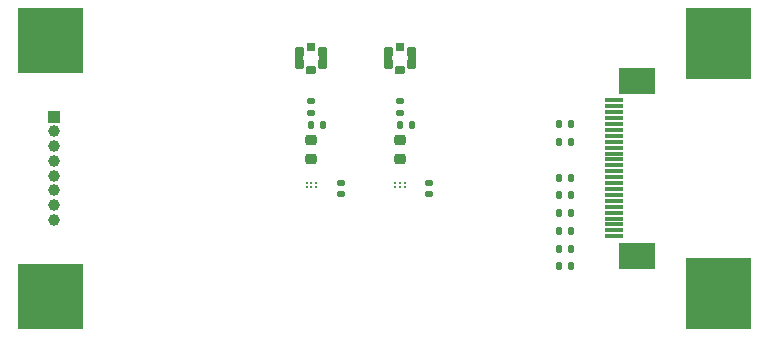
<source format=gbr>
%TF.GenerationSoftware,KiCad,Pcbnew,9.0.1+1*%
%TF.CreationDate,2025-05-28T20:00:15+08:00*%
%TF.ProjectId,audio_lab,61756469-6f5f-46c6-9162-2e6b69636164,rev?*%
%TF.SameCoordinates,Original*%
%TF.FileFunction,Soldermask,Top*%
%TF.FilePolarity,Negative*%
%FSLAX46Y46*%
G04 Gerber Fmt 4.6, Leading zero omitted, Abs format (unit mm)*
G04 Created by KiCad (PCBNEW 9.0.1+1) date 2025-05-28 20:00:15*
%MOMM*%
%LPD*%
G01*
G04 APERTURE LIST*
G04 Aperture macros list*
%AMRoundRect*
0 Rectangle with rounded corners*
0 $1 Rounding radius*
0 $2 $3 $4 $5 $6 $7 $8 $9 X,Y pos of 4 corners*
0 Add a 4 corners polygon primitive as box body*
4,1,4,$2,$3,$4,$5,$6,$7,$8,$9,$2,$3,0*
0 Add four circle primitives for the rounded corners*
1,1,$1+$1,$2,$3*
1,1,$1+$1,$4,$5*
1,1,$1+$1,$6,$7*
1,1,$1+$1,$8,$9*
0 Add four rect primitives between the rounded corners*
20,1,$1+$1,$2,$3,$4,$5,0*
20,1,$1+$1,$4,$5,$6,$7,0*
20,1,$1+$1,$6,$7,$8,$9,0*
20,1,$1+$1,$8,$9,$2,$3,0*%
%AMFreePoly0*
4,1,37,0.368890,0.884795,0.369244,0.884649,0.417242,0.843781,0.424649,0.829244,0.424795,0.828890,0.432500,0.790000,0.432500,0.270000,0.424795,0.231110,0.424649,0.230756,0.402479,0.197521,0.352500,0.147542,0.352500,-0.147542,0.402479,-0.197521,0.424649,-0.230756,0.424795,-0.231110,0.432500,-0.270000,0.432500,-0.790000,0.424795,-0.828890,0.424649,-0.829244,0.383781,-0.877242,
0.369244,-0.884649,0.368890,-0.884795,0.330000,-0.892500,0.250000,-0.892500,0.247476,-0.892000,-0.250000,-0.892000,-0.309954,-0.872520,-0.347008,-0.821520,-0.352000,-0.790000,-0.352000,0.790000,-0.332520,0.849954,-0.281520,0.887008,-0.250000,0.892000,0.247476,0.892000,0.250000,0.892500,0.330000,0.892500,0.368890,0.884795,0.368890,0.884795,$1*%
%AMFreePoly1*
4,1,37,-0.247476,0.892000,0.250000,0.892000,0.309954,0.872520,0.347008,0.821520,0.352000,0.790000,0.352000,-0.790000,0.332520,-0.849954,0.281520,-0.887008,0.250000,-0.892000,-0.247476,-0.892000,-0.250000,-0.892500,-0.330000,-0.892500,-0.368890,-0.884795,-0.369244,-0.884649,-0.417242,-0.843781,-0.424649,-0.829244,-0.424795,-0.828890,-0.432500,-0.790000,-0.432500,-0.270000,-0.424795,-0.231110,
-0.424649,-0.230756,-0.402479,-0.197521,-0.352500,-0.147542,-0.352500,0.147542,-0.402479,0.197521,-0.424649,0.230756,-0.424795,0.231110,-0.432500,0.270000,-0.432500,0.790000,-0.424795,0.828890,-0.424649,0.829244,-0.383781,0.877242,-0.369244,0.884649,-0.368890,0.884795,-0.330000,0.892500,-0.250000,0.892500,-0.247476,0.892000,-0.247476,0.892000,$1*%
G04 Aperture macros list end*
%ADD10RoundRect,0.135000X0.135000X0.185000X-0.135000X0.185000X-0.135000X-0.185000X0.135000X-0.185000X0*%
%ADD11RoundRect,0.140000X0.140000X0.170000X-0.140000X0.170000X-0.140000X-0.170000X0.140000X-0.170000X0*%
%ADD12RoundRect,0.135000X-0.185000X0.135000X-0.185000X-0.135000X0.185000X-0.135000X0.185000X0.135000X0*%
%ADD13RoundRect,0.140000X0.170000X-0.140000X0.170000X0.140000X-0.170000X0.140000X-0.170000X-0.140000X0*%
%ADD14RoundRect,0.135000X-0.135000X-0.185000X0.135000X-0.185000X0.135000X0.185000X-0.135000X0.185000X0*%
%ADD15RoundRect,0.225000X-0.250000X0.225000X-0.250000X-0.225000X0.250000X-0.225000X0.250000X0.225000X0*%
%ADD16C,0.230000*%
%ADD17RoundRect,0.102000X-0.300000X-0.275000X0.300000X-0.275000X0.300000X0.275000X-0.300000X0.275000X0*%
%ADD18FreePoly0,0.000000*%
%ADD19RoundRect,0.102000X-0.250000X-0.250000X0.250000X-0.250000X0.250000X0.250000X-0.250000X0.250000X0*%
%ADD20FreePoly1,0.000000*%
%ADD21RoundRect,0.140000X-0.140000X-0.170000X0.140000X-0.170000X0.140000X0.170000X-0.140000X0.170000X0*%
%ADD22R,1.600000X0.300000*%
%ADD23R,3.100000X2.300000*%
%ADD24R,1.000000X1.000000*%
%ADD25C,1.000000*%
G04 APERTURE END LIST*
G36*
X106100000Y-63300000D02*
G01*
X111600000Y-63300000D01*
X111600000Y-69300000D01*
X106100000Y-69300000D01*
X106100000Y-63300000D01*
G37*
G36*
X106100000Y-42100000D02*
G01*
X111600000Y-42100000D01*
X111600000Y-48100000D01*
X106100000Y-48100000D01*
X106100000Y-42100000D01*
G37*
G36*
X49600000Y-42100000D02*
G01*
X55100000Y-42100000D01*
X55100000Y-47600000D01*
X49600000Y-47600000D01*
X49600000Y-42100000D01*
G37*
G36*
X49600000Y-63800000D02*
G01*
X55100000Y-63800000D01*
X55100000Y-69300000D01*
X49600000Y-69300000D01*
X49600000Y-63800000D01*
G37*
D10*
%TO.C,R1*%
X96410000Y-53500000D03*
X95390000Y-53500000D03*
%TD*%
D11*
%TO.C,C4*%
X96370000Y-59500000D03*
X95410000Y-59500000D03*
%TD*%
D12*
%TO.C,R6*%
X74400000Y-50000000D03*
X74400000Y-51020000D03*
%TD*%
D11*
%TO.C,C3*%
X96370000Y-61000000D03*
X95410000Y-61000000D03*
%TD*%
D13*
%TO.C,C9*%
X84410000Y-57860000D03*
X84410000Y-56900000D03*
%TD*%
D14*
%TO.C,RV2*%
X81900000Y-52020000D03*
X82920000Y-52020000D03*
%TD*%
D15*
%TO.C,C10*%
X74400000Y-53325000D03*
X74400000Y-54875000D03*
%TD*%
D16*
%TO.C,U3*%
X74000000Y-57300000D03*
X74000000Y-56900000D03*
X74400000Y-57300000D03*
X74400000Y-56900000D03*
X74800000Y-57300000D03*
X74800000Y-56900000D03*
%TD*%
D11*
%TO.C,C2*%
X96370000Y-62500000D03*
X95410000Y-62500000D03*
%TD*%
D17*
%TO.C,J4*%
X81900000Y-47375000D03*
D18*
X80900000Y-46400000D03*
D19*
X81900000Y-45400000D03*
D20*
X82900000Y-46400000D03*
%TD*%
D11*
%TO.C,C6*%
X96370000Y-58000000D03*
X95410000Y-58000000D03*
%TD*%
D13*
%TO.C,C8*%
X76910000Y-57860000D03*
X76910000Y-56900000D03*
%TD*%
D21*
%TO.C,C7*%
X95410000Y-56500000D03*
X96370000Y-56500000D03*
%TD*%
D15*
%TO.C,C11*%
X81900000Y-53325000D03*
X81900000Y-54875000D03*
%TD*%
D22*
%TO.C,J1*%
X100000000Y-61450000D03*
X100000000Y-60950000D03*
X100000000Y-60450000D03*
X100000000Y-59950000D03*
X100000000Y-59450000D03*
X100000000Y-58950000D03*
X100000000Y-58450000D03*
X100000000Y-57950000D03*
X100000000Y-57450000D03*
X100000000Y-56950000D03*
X100000000Y-56450000D03*
X100000000Y-55950000D03*
X100000000Y-55450000D03*
X100000000Y-54950000D03*
X100000000Y-54450000D03*
X100000000Y-53950000D03*
X100000000Y-53450000D03*
X100000000Y-52950000D03*
X100000000Y-52450000D03*
X100000000Y-51950000D03*
X100000000Y-51450000D03*
X100000000Y-50950000D03*
X100000000Y-50450000D03*
X100000000Y-49950000D03*
D23*
X101950000Y-63120000D03*
X101950000Y-48280000D03*
%TD*%
D14*
%TO.C,RV1*%
X74400000Y-52020000D03*
X75420000Y-52020000D03*
%TD*%
D11*
%TO.C,C1*%
X96370000Y-64000000D03*
X95410000Y-64000000D03*
%TD*%
%TO.C,C5*%
X96370000Y-51950000D03*
X95410000Y-51950000D03*
%TD*%
D24*
%TO.C,J2*%
X52600000Y-51325000D03*
D25*
X52600000Y-52575000D03*
X52600000Y-53825000D03*
X52600000Y-55075000D03*
X52600000Y-56325000D03*
X52600000Y-57575000D03*
X52600000Y-58825000D03*
X52600000Y-60075000D03*
%TD*%
D17*
%TO.C,J3*%
X74400000Y-47375000D03*
D18*
X73400000Y-46400000D03*
D19*
X74400000Y-45400000D03*
D20*
X75400000Y-46400000D03*
%TD*%
D12*
%TO.C,R7*%
X81900000Y-50020000D03*
X81900000Y-51040000D03*
%TD*%
D16*
%TO.C,U4*%
X81500000Y-57300000D03*
X81500000Y-56900000D03*
X81900000Y-57300000D03*
X81900000Y-56900000D03*
X82300000Y-57300000D03*
X82300000Y-56900000D03*
%TD*%
M02*

</source>
